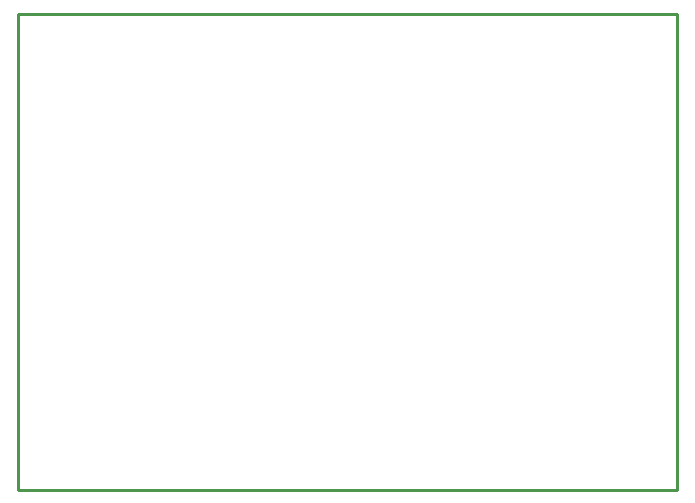
<source format=gm1>
%FSLAX24Y24*%
%MOIN*%
G70*
G01*
G75*
G04 Layer_Color=16711935*
%ADD10C,0.0060*%
%ADD11R,0.0197X0.0236*%
%ADD12C,0.0394*%
%ADD13R,0.0236X0.0217*%
%ADD14R,0.0394X0.0709*%
%ADD15R,0.0217X0.0236*%
G04:AMPARAMS|DCode=16|XSize=19.7mil|YSize=23.6mil|CornerRadius=0mil|HoleSize=0mil|Usage=FLASHONLY|Rotation=225.000|XOffset=0mil|YOffset=0mil|HoleType=Round|Shape=Rectangle|*
%AMROTATEDRECTD16*
4,1,4,-0.0014,0.0153,0.0153,-0.0014,0.0014,-0.0153,-0.0153,0.0014,-0.0014,0.0153,0.0*
%
%ADD16ROTATEDRECTD16*%

%ADD17R,0.0315X0.0295*%
%ADD18R,0.0197X0.0256*%
%ADD19C,0.0079*%
%ADD20R,0.0236X0.0157*%
%ADD21R,0.1083X0.0350*%
G04:AMPARAMS|DCode=22|XSize=47.2mil|YSize=43.3mil|CornerRadius=0mil|HoleSize=0mil|Usage=FLASHONLY|Rotation=45.000|XOffset=0mil|YOffset=0mil|HoleType=Round|Shape=Rectangle|*
%AMROTATEDRECTD22*
4,1,4,-0.0014,-0.0320,-0.0320,-0.0014,0.0014,0.0320,0.0320,0.0014,-0.0014,-0.0320,0.0*
%
%ADD22ROTATEDRECTD22*%

%ADD23C,0.0098*%
%ADD24R,0.0400X0.0300*%
%ADD25R,0.0299X0.0945*%
%ADD26R,0.0295X0.0315*%
%ADD27R,0.1850X0.1850*%
%ADD28O,0.0079X0.0256*%
%ADD29O,0.0256X0.0079*%
%ADD30R,0.0236X0.0197*%
%ADD31C,0.0090*%
%ADD32C,0.0100*%
%ADD33C,0.0500*%
%ADD34C,0.0080*%
%ADD35C,0.0150*%
%ADD36C,0.0354*%
%ADD37C,0.0591*%
%ADD38R,0.0591X0.0591*%
%ADD39C,0.0236*%
%ADD40R,0.0354X0.1043*%
%ADD41R,0.0394X0.0394*%
%ADD42R,0.0394X0.0394*%
%ADD43C,0.0039*%
%ADD44C,0.0098*%
%ADD45C,0.0079*%
%ADD46C,0.0059*%
%ADD47C,0.0118*%
%ADD48C,0.0050*%
%ADD49R,0.0420X0.1300*%
%ADD50C,0.0240*%
%ADD51R,0.0257X0.0296*%
%ADD52C,0.0787*%
%ADD53R,0.0296X0.0277*%
%ADD54R,0.0454X0.0769*%
%ADD55R,0.0277X0.0296*%
G04:AMPARAMS|DCode=56|XSize=25.7mil|YSize=29.6mil|CornerRadius=0mil|HoleSize=0mil|Usage=FLASHONLY|Rotation=225.000|XOffset=0mil|YOffset=0mil|HoleType=Round|Shape=Rectangle|*
%AMROTATEDRECTD56*
4,1,4,-0.0014,0.0196,0.0196,-0.0014,0.0014,-0.0196,-0.0196,0.0014,-0.0014,0.0196,0.0*
%
%ADD56ROTATEDRECTD56*%

%ADD57R,0.0375X0.0355*%
%ADD58R,0.0257X0.0316*%
%ADD59C,0.0139*%
%ADD60R,0.0296X0.0217*%
%ADD61R,0.1143X0.0410*%
G04:AMPARAMS|DCode=62|XSize=53.2mil|YSize=49.3mil|CornerRadius=0mil|HoleSize=0mil|Usage=FLASHONLY|Rotation=45.000|XOffset=0mil|YOffset=0mil|HoleType=Round|Shape=Rectangle|*
%AMROTATEDRECTD62*
4,1,4,-0.0014,-0.0363,-0.0363,-0.0014,0.0014,0.0363,0.0363,0.0014,-0.0014,-0.0363,0.0*
%
%ADD62ROTATEDRECTD62*%

%ADD63C,0.0158*%
%ADD64R,0.0460X0.0360*%
%ADD65R,0.0359X0.1005*%
%ADD66R,0.0355X0.0375*%
%ADD67R,0.1910X0.1910*%
%ADD68O,0.0139X0.0316*%
%ADD69O,0.0316X0.0139*%
%ADD70R,0.0296X0.0257*%
%ADD71C,0.0414*%
%ADD72C,0.0454*%
%ADD73C,0.0651*%
%ADD74R,0.0651X0.0651*%
%ADD75R,0.0414X0.1103*%
%ADD76R,0.0454X0.0454*%
%ADD77R,0.0454X0.0454*%
%ADD78C,0.0040*%
D32*
X0Y0D02*
Y15860D01*
X21960D01*
X0Y0D02*
X21960D01*
Y15860D01*
M02*

</source>
